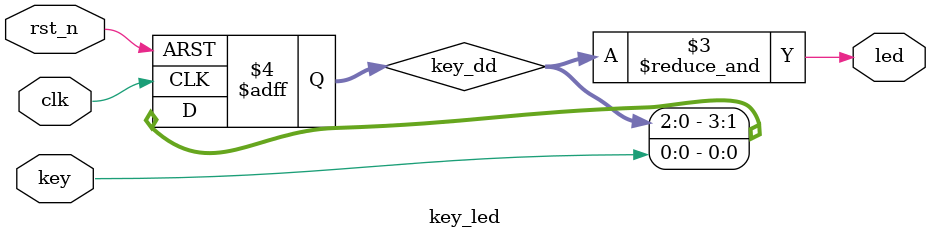
<source format=v>
`timescale 1ns / 1ps


module key_led(
    input clk,
    input rst_n,
    input key,
    output led
    );

//reg for debounce    
reg[3:0] key_dd;

always @(posedge clk or negedge rst_n) begin
    if(rst_n == 1'b0)
        key_dd <= 4'b1111;
    else
        key_dd <= {key_dd[2:0],key};
end
assign led = &key_dd;
endmodule

</source>
